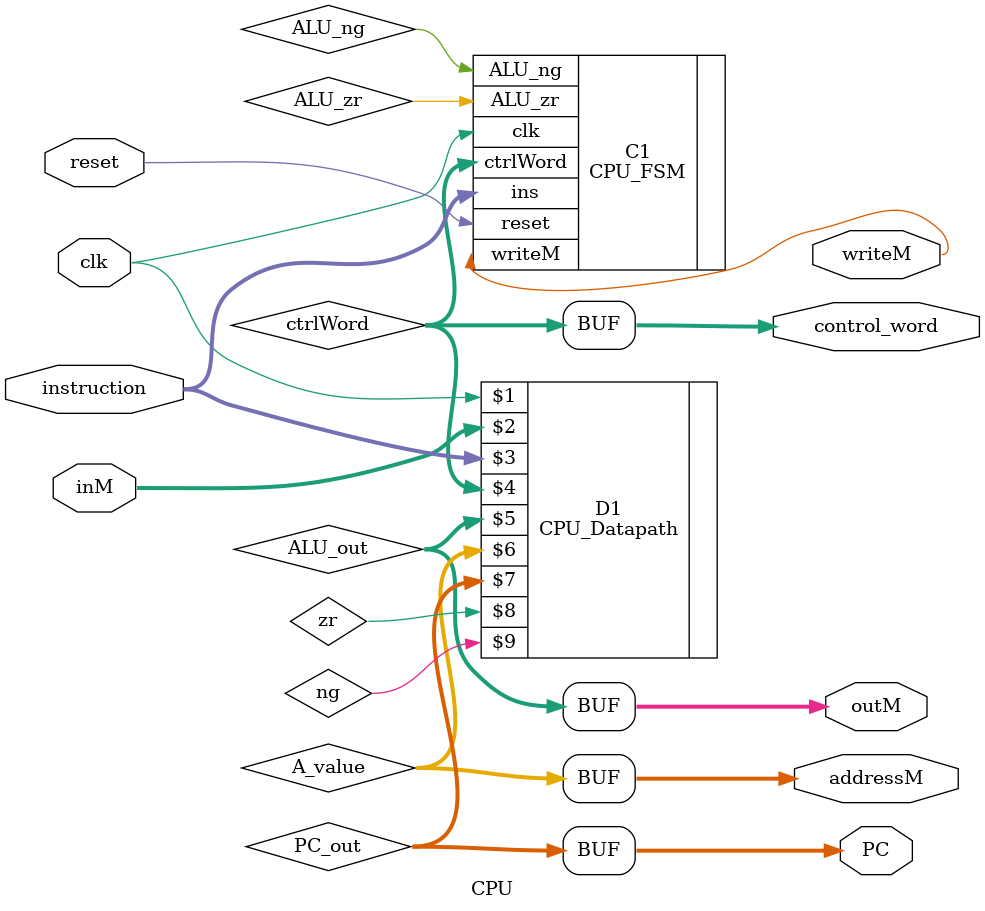
<source format=v>
`timescale 1ns / 1ps
module CPU(input clk, reset,
            input [15:0] inM,instruction,
            output [15:0] outM,
            output [14:0] addressM, PC,
            output writeM,
           output [6:0] control_word);


    wire [15:0] M;
    wire [6:0] ctrlWord;
    wire [14:0] A_value,PC_out;
    wire zr,ng;
    wire [15:0] ALU_out;
	
    assign outM=ALU_out;
    assign addressM=A_value;
    assign PC=PC_out;
	assign control_word=ctrlWord;

    CPU_FSM C1 (
    .ins(instruction),
    .reset(reset),
    .clk(clk),
    .ALU_zr(ALU_zr),
    .ALU_ng(ALU_ng),
    .ctrlWord(ctrlWord),
    .writeM(writeM)
    );
    
    CPU_Datapath D1(clk,
    inM,
    instruction,
    ctrlWord,
    ALU_out,
    A_value,
    PC_out,
    zr,ng);
endmodule

</source>
